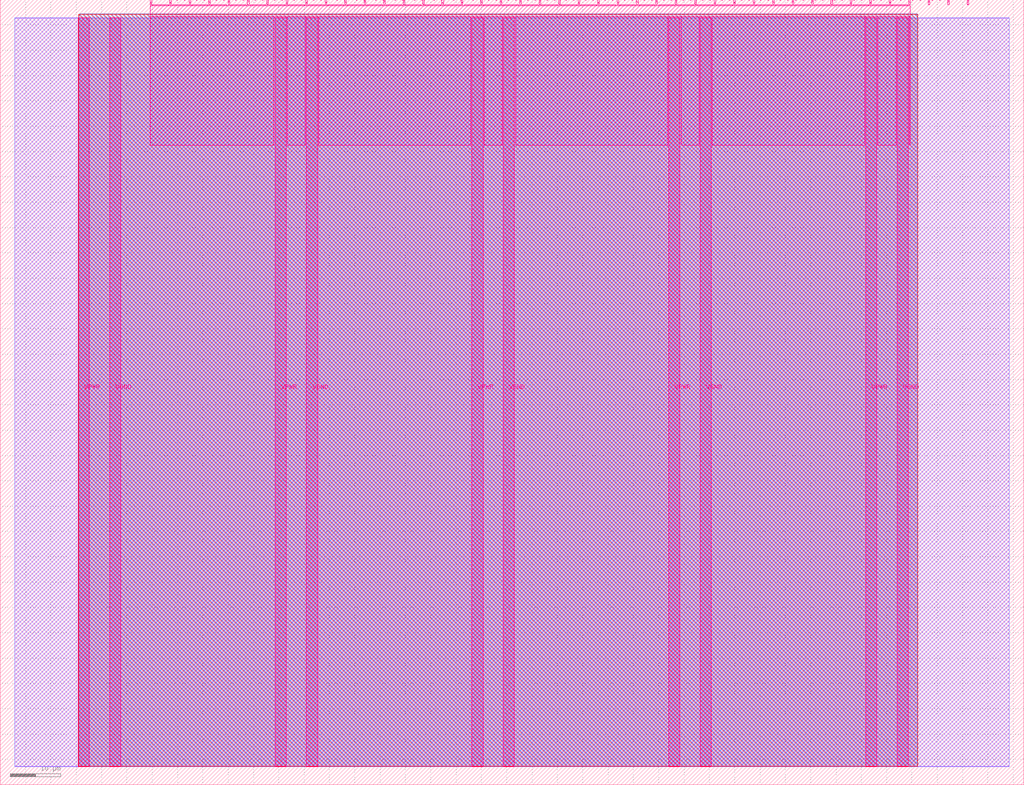
<source format=lef>
VERSION 5.7 ;
  NOWIREEXTENSIONATPIN ON ;
  DIVIDERCHAR "/" ;
  BUSBITCHARS "[]" ;
MACRO tt_um_torurstrom_async_lock
  CLASS BLOCK ;
  FOREIGN tt_um_torurstrom_async_lock ;
  ORIGIN 0.000 0.000 ;
  SIZE 202.080 BY 154.980 ;
  PIN VGND
    DIRECTION INOUT ;
    USE GROUND ;
    PORT
      LAYER Metal5 ;
        RECT 21.580 3.560 23.780 151.420 ;
    END
    PORT
      LAYER Metal5 ;
        RECT 60.450 3.560 62.650 151.420 ;
    END
    PORT
      LAYER Metal5 ;
        RECT 99.320 3.560 101.520 151.420 ;
    END
    PORT
      LAYER Metal5 ;
        RECT 138.190 3.560 140.390 151.420 ;
    END
    PORT
      LAYER Metal5 ;
        RECT 177.060 3.560 179.260 151.420 ;
    END
  END VGND
  PIN VPWR
    DIRECTION INOUT ;
    USE POWER ;
    PORT
      LAYER Metal5 ;
        RECT 15.380 3.560 17.580 151.420 ;
    END
    PORT
      LAYER Metal5 ;
        RECT 54.250 3.560 56.450 151.420 ;
    END
    PORT
      LAYER Metal5 ;
        RECT 93.120 3.560 95.320 151.420 ;
    END
    PORT
      LAYER Metal5 ;
        RECT 131.990 3.560 134.190 151.420 ;
    END
    PORT
      LAYER Metal5 ;
        RECT 170.860 3.560 173.060 151.420 ;
    END
  END VPWR
  PIN clk
    DIRECTION INPUT ;
    USE SIGNAL ;
    PORT
      LAYER Metal5 ;
        RECT 187.050 153.980 187.350 154.980 ;
    END
  END clk
  PIN ena
    DIRECTION INPUT ;
    USE SIGNAL ;
    PORT
      LAYER Metal5 ;
        RECT 190.890 153.980 191.190 154.980 ;
    END
  END ena
  PIN rst_n
    DIRECTION INPUT ;
    USE SIGNAL ;
    PORT
      LAYER Metal5 ;
        RECT 183.210 153.980 183.510 154.980 ;
    END
  END rst_n
  PIN ui_in[0]
    DIRECTION INPUT ;
    USE SIGNAL ;
    ANTENNAGATEAREA 0.180700 ;
    PORT
      LAYER Metal5 ;
        RECT 179.370 153.980 179.670 154.980 ;
    END
  END ui_in[0]
  PIN ui_in[1]
    DIRECTION INPUT ;
    USE SIGNAL ;
    ANTENNAGATEAREA 0.180700 ;
    PORT
      LAYER Metal5 ;
        RECT 175.530 153.980 175.830 154.980 ;
    END
  END ui_in[1]
  PIN ui_in[2]
    DIRECTION INPUT ;
    USE SIGNAL ;
    ANTENNAGATEAREA 0.180700 ;
    PORT
      LAYER Metal5 ;
        RECT 171.690 153.980 171.990 154.980 ;
    END
  END ui_in[2]
  PIN ui_in[3]
    DIRECTION INPUT ;
    USE SIGNAL ;
    ANTENNAGATEAREA 0.180700 ;
    PORT
      LAYER Metal5 ;
        RECT 167.850 153.980 168.150 154.980 ;
    END
  END ui_in[3]
  PIN ui_in[4]
    DIRECTION INPUT ;
    USE SIGNAL ;
    ANTENNAGATEAREA 0.180700 ;
    PORT
      LAYER Metal5 ;
        RECT 164.010 153.980 164.310 154.980 ;
    END
  END ui_in[4]
  PIN ui_in[5]
    DIRECTION INPUT ;
    USE SIGNAL ;
    ANTENNAGATEAREA 0.180700 ;
    PORT
      LAYER Metal5 ;
        RECT 160.170 153.980 160.470 154.980 ;
    END
  END ui_in[5]
  PIN ui_in[6]
    DIRECTION INPUT ;
    USE SIGNAL ;
    ANTENNAGATEAREA 0.180700 ;
    PORT
      LAYER Metal5 ;
        RECT 156.330 153.980 156.630 154.980 ;
    END
  END ui_in[6]
  PIN ui_in[7]
    DIRECTION INPUT ;
    USE SIGNAL ;
    ANTENNAGATEAREA 0.180700 ;
    PORT
      LAYER Metal5 ;
        RECT 152.490 153.980 152.790 154.980 ;
    END
  END ui_in[7]
  PIN uio_in[0]
    DIRECTION INPUT ;
    USE SIGNAL ;
    PORT
      LAYER Metal5 ;
        RECT 148.650 153.980 148.950 154.980 ;
    END
  END uio_in[0]
  PIN uio_in[1]
    DIRECTION INPUT ;
    USE SIGNAL ;
    PORT
      LAYER Metal5 ;
        RECT 144.810 153.980 145.110 154.980 ;
    END
  END uio_in[1]
  PIN uio_in[2]
    DIRECTION INPUT ;
    USE SIGNAL ;
    PORT
      LAYER Metal5 ;
        RECT 140.970 153.980 141.270 154.980 ;
    END
  END uio_in[2]
  PIN uio_in[3]
    DIRECTION INPUT ;
    USE SIGNAL ;
    PORT
      LAYER Metal5 ;
        RECT 137.130 153.980 137.430 154.980 ;
    END
  END uio_in[3]
  PIN uio_in[4]
    DIRECTION INPUT ;
    USE SIGNAL ;
    PORT
      LAYER Metal5 ;
        RECT 133.290 153.980 133.590 154.980 ;
    END
  END uio_in[4]
  PIN uio_in[5]
    DIRECTION INPUT ;
    USE SIGNAL ;
    PORT
      LAYER Metal5 ;
        RECT 129.450 153.980 129.750 154.980 ;
    END
  END uio_in[5]
  PIN uio_in[6]
    DIRECTION INPUT ;
    USE SIGNAL ;
    PORT
      LAYER Metal5 ;
        RECT 125.610 153.980 125.910 154.980 ;
    END
  END uio_in[6]
  PIN uio_in[7]
    DIRECTION INPUT ;
    USE SIGNAL ;
    PORT
      LAYER Metal5 ;
        RECT 121.770 153.980 122.070 154.980 ;
    END
  END uio_in[7]
  PIN uio_oe[0]
    DIRECTION OUTPUT ;
    USE SIGNAL ;
    ANTENNADIFFAREA 0.299200 ;
    PORT
      LAYER Metal5 ;
        RECT 56.490 153.980 56.790 154.980 ;
    END
  END uio_oe[0]
  PIN uio_oe[1]
    DIRECTION OUTPUT ;
    USE SIGNAL ;
    ANTENNADIFFAREA 0.299200 ;
    PORT
      LAYER Metal5 ;
        RECT 52.650 153.980 52.950 154.980 ;
    END
  END uio_oe[1]
  PIN uio_oe[2]
    DIRECTION OUTPUT ;
    USE SIGNAL ;
    ANTENNADIFFAREA 0.299200 ;
    PORT
      LAYER Metal5 ;
        RECT 48.810 153.980 49.110 154.980 ;
    END
  END uio_oe[2]
  PIN uio_oe[3]
    DIRECTION OUTPUT ;
    USE SIGNAL ;
    ANTENNADIFFAREA 0.299200 ;
    PORT
      LAYER Metal5 ;
        RECT 44.970 153.980 45.270 154.980 ;
    END
  END uio_oe[3]
  PIN uio_oe[4]
    DIRECTION OUTPUT ;
    USE SIGNAL ;
    ANTENNADIFFAREA 0.299200 ;
    PORT
      LAYER Metal5 ;
        RECT 41.130 153.980 41.430 154.980 ;
    END
  END uio_oe[4]
  PIN uio_oe[5]
    DIRECTION OUTPUT ;
    USE SIGNAL ;
    ANTENNADIFFAREA 0.299200 ;
    PORT
      LAYER Metal5 ;
        RECT 37.290 153.980 37.590 154.980 ;
    END
  END uio_oe[5]
  PIN uio_oe[6]
    DIRECTION OUTPUT ;
    USE SIGNAL ;
    ANTENNADIFFAREA 0.299200 ;
    PORT
      LAYER Metal5 ;
        RECT 33.450 153.980 33.750 154.980 ;
    END
  END uio_oe[6]
  PIN uio_oe[7]
    DIRECTION OUTPUT ;
    USE SIGNAL ;
    ANTENNADIFFAREA 0.299200 ;
    PORT
      LAYER Metal5 ;
        RECT 29.610 153.980 29.910 154.980 ;
    END
  END uio_oe[7]
  PIN uio_out[0]
    DIRECTION OUTPUT ;
    USE SIGNAL ;
    ANTENNADIFFAREA 0.299200 ;
    PORT
      LAYER Metal5 ;
        RECT 87.210 153.980 87.510 154.980 ;
    END
  END uio_out[0]
  PIN uio_out[1]
    DIRECTION OUTPUT ;
    USE SIGNAL ;
    ANTENNADIFFAREA 0.299200 ;
    PORT
      LAYER Metal5 ;
        RECT 83.370 153.980 83.670 154.980 ;
    END
  END uio_out[1]
  PIN uio_out[2]
    DIRECTION OUTPUT ;
    USE SIGNAL ;
    ANTENNADIFFAREA 0.299200 ;
    PORT
      LAYER Metal5 ;
        RECT 79.530 153.980 79.830 154.980 ;
    END
  END uio_out[2]
  PIN uio_out[3]
    DIRECTION OUTPUT ;
    USE SIGNAL ;
    ANTENNADIFFAREA 0.299200 ;
    PORT
      LAYER Metal5 ;
        RECT 75.690 153.980 75.990 154.980 ;
    END
  END uio_out[3]
  PIN uio_out[4]
    DIRECTION OUTPUT ;
    USE SIGNAL ;
    ANTENNADIFFAREA 0.299200 ;
    PORT
      LAYER Metal5 ;
        RECT 71.850 153.980 72.150 154.980 ;
    END
  END uio_out[4]
  PIN uio_out[5]
    DIRECTION OUTPUT ;
    USE SIGNAL ;
    ANTENNADIFFAREA 0.299200 ;
    PORT
      LAYER Metal5 ;
        RECT 68.010 153.980 68.310 154.980 ;
    END
  END uio_out[5]
  PIN uio_out[6]
    DIRECTION OUTPUT ;
    USE SIGNAL ;
    ANTENNADIFFAREA 0.299200 ;
    PORT
      LAYER Metal5 ;
        RECT 64.170 153.980 64.470 154.980 ;
    END
  END uio_out[6]
  PIN uio_out[7]
    DIRECTION OUTPUT ;
    USE SIGNAL ;
    ANTENNADIFFAREA 0.299200 ;
    PORT
      LAYER Metal5 ;
        RECT 60.330 153.980 60.630 154.980 ;
    END
  END uio_out[7]
  PIN uo_out[0]
    DIRECTION OUTPUT ;
    USE SIGNAL ;
    ANTENNAGATEAREA 0.434200 ;
    ANTENNADIFFAREA 0.706800 ;
    PORT
      LAYER Metal5 ;
        RECT 117.930 153.980 118.230 154.980 ;
    END
  END uo_out[0]
  PIN uo_out[1]
    DIRECTION OUTPUT ;
    USE SIGNAL ;
    ANTENNAGATEAREA 0.434200 ;
    ANTENNADIFFAREA 0.706800 ;
    PORT
      LAYER Metal5 ;
        RECT 114.090 153.980 114.390 154.980 ;
    END
  END uo_out[1]
  PIN uo_out[2]
    DIRECTION OUTPUT ;
    USE SIGNAL ;
    ANTENNAGATEAREA 0.434200 ;
    ANTENNADIFFAREA 0.615900 ;
    PORT
      LAYER Metal5 ;
        RECT 110.250 153.980 110.550 154.980 ;
    END
  END uo_out[2]
  PIN uo_out[3]
    DIRECTION OUTPUT ;
    USE SIGNAL ;
    ANTENNAGATEAREA 0.434200 ;
    ANTENNADIFFAREA 0.615900 ;
    PORT
      LAYER Metal5 ;
        RECT 106.410 153.980 106.710 154.980 ;
    END
  END uo_out[3]
  PIN uo_out[4]
    DIRECTION OUTPUT ;
    USE SIGNAL ;
    ANTENNAGATEAREA 0.434200 ;
    ANTENNADIFFAREA 0.615900 ;
    PORT
      LAYER Metal5 ;
        RECT 102.570 153.980 102.870 154.980 ;
    END
  END uo_out[4]
  PIN uo_out[5]
    DIRECTION OUTPUT ;
    USE SIGNAL ;
    ANTENNAGATEAREA 0.434200 ;
    ANTENNADIFFAREA 0.615900 ;
    PORT
      LAYER Metal5 ;
        RECT 98.730 153.980 99.030 154.980 ;
    END
  END uo_out[5]
  PIN uo_out[6]
    DIRECTION OUTPUT ;
    USE SIGNAL ;
    ANTENNAGATEAREA 0.434200 ;
    ANTENNADIFFAREA 0.615900 ;
    PORT
      LAYER Metal5 ;
        RECT 94.890 153.980 95.190 154.980 ;
    END
  END uo_out[6]
  PIN uo_out[7]
    DIRECTION OUTPUT ;
    USE SIGNAL ;
    ANTENNAGATEAREA 0.434200 ;
    ANTENNADIFFAREA 0.615900 ;
    PORT
      LAYER Metal5 ;
        RECT 91.050 153.980 91.350 154.980 ;
    END
  END uo_out[7]
  OBS
      LAYER GatPoly ;
        RECT 2.880 3.630 199.200 151.350 ;
      LAYER Metal1 ;
        RECT 2.880 3.560 199.200 151.420 ;
      LAYER Metal2 ;
        RECT 15.515 3.680 181.105 152.140 ;
      LAYER Metal3 ;
        RECT 15.560 3.635 181.060 152.185 ;
      LAYER Metal4 ;
        RECT 15.515 3.680 181.105 152.140 ;
      LAYER Metal5 ;
        RECT 30.120 153.770 33.240 153.980 ;
        RECT 33.960 153.770 37.080 153.980 ;
        RECT 37.800 153.770 40.920 153.980 ;
        RECT 41.640 153.770 44.760 153.980 ;
        RECT 45.480 153.770 48.600 153.980 ;
        RECT 49.320 153.770 52.440 153.980 ;
        RECT 53.160 153.770 56.280 153.980 ;
        RECT 57.000 153.770 60.120 153.980 ;
        RECT 60.840 153.770 63.960 153.980 ;
        RECT 64.680 153.770 67.800 153.980 ;
        RECT 68.520 153.770 71.640 153.980 ;
        RECT 72.360 153.770 75.480 153.980 ;
        RECT 76.200 153.770 79.320 153.980 ;
        RECT 80.040 153.770 83.160 153.980 ;
        RECT 83.880 153.770 87.000 153.980 ;
        RECT 87.720 153.770 90.840 153.980 ;
        RECT 91.560 153.770 94.680 153.980 ;
        RECT 95.400 153.770 98.520 153.980 ;
        RECT 99.240 153.770 102.360 153.980 ;
        RECT 103.080 153.770 106.200 153.980 ;
        RECT 106.920 153.770 110.040 153.980 ;
        RECT 110.760 153.770 113.880 153.980 ;
        RECT 114.600 153.770 117.720 153.980 ;
        RECT 118.440 153.770 121.560 153.980 ;
        RECT 122.280 153.770 125.400 153.980 ;
        RECT 126.120 153.770 129.240 153.980 ;
        RECT 129.960 153.770 133.080 153.980 ;
        RECT 133.800 153.770 136.920 153.980 ;
        RECT 137.640 153.770 140.760 153.980 ;
        RECT 141.480 153.770 144.600 153.980 ;
        RECT 145.320 153.770 148.440 153.980 ;
        RECT 149.160 153.770 152.280 153.980 ;
        RECT 153.000 153.770 156.120 153.980 ;
        RECT 156.840 153.770 159.960 153.980 ;
        RECT 160.680 153.770 163.800 153.980 ;
        RECT 164.520 153.770 167.640 153.980 ;
        RECT 168.360 153.770 171.480 153.980 ;
        RECT 172.200 153.770 175.320 153.980 ;
        RECT 176.040 153.770 179.160 153.980 ;
        RECT 29.660 151.630 179.620 153.770 ;
        RECT 29.660 126.275 54.040 151.630 ;
        RECT 56.660 126.275 60.240 151.630 ;
        RECT 62.860 126.275 92.910 151.630 ;
        RECT 95.530 126.275 99.110 151.630 ;
        RECT 101.730 126.275 131.780 151.630 ;
        RECT 134.400 126.275 137.980 151.630 ;
        RECT 140.600 126.275 170.650 151.630 ;
        RECT 173.270 126.275 176.850 151.630 ;
        RECT 179.470 126.275 179.620 151.630 ;
  END
END tt_um_torurstrom_async_lock
END LIBRARY


</source>
